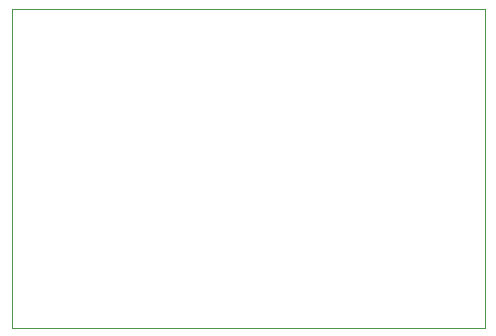
<source format=gbr>
G04 #@! TF.GenerationSoftware,KiCad,Pcbnew,(6.0.9-0)*
G04 #@! TF.CreationDate,2023-07-05T23:25:05+02:00*
G04 #@! TF.ProjectId,dcdc_7909,64636463-5f37-4393-9039-2e6b69636164,2.0*
G04 #@! TF.SameCoordinates,Original*
G04 #@! TF.FileFunction,Profile,NP*
%FSLAX46Y46*%
G04 Gerber Fmt 4.6, Leading zero omitted, Abs format (unit mm)*
G04 Created by KiCad (PCBNEW (6.0.9-0)) date 2023-07-05 23:25:05*
%MOMM*%
%LPD*%
G01*
G04 APERTURE LIST*
G04 #@! TA.AperFunction,Profile*
%ADD10C,0.050000*%
G04 #@! TD*
G04 APERTURE END LIST*
D10*
X119000000Y-53975000D02*
X79000000Y-53975000D01*
X79000000Y-81000000D02*
X119000000Y-81000000D01*
X119000000Y-81000000D02*
X119000000Y-53975000D01*
X79000000Y-53975000D02*
X79000000Y-81000000D01*
M02*

</source>
